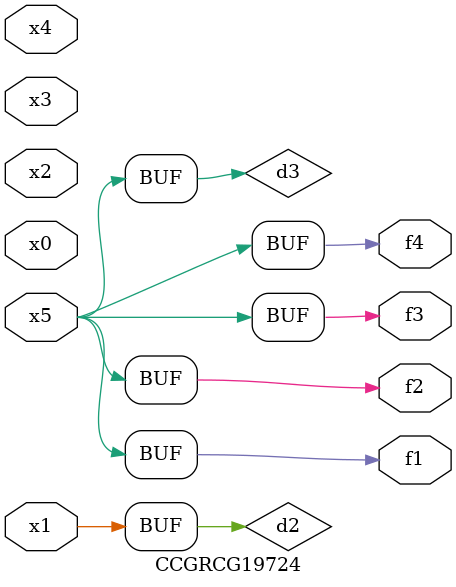
<source format=v>
module CCGRCG19724(
	input x0, x1, x2, x3, x4, x5,
	output f1, f2, f3, f4
);

	wire d1, d2, d3;

	not (d1, x5);
	or (d2, x1);
	xnor (d3, d1);
	assign f1 = d3;
	assign f2 = d3;
	assign f3 = d3;
	assign f4 = d3;
endmodule

</source>
